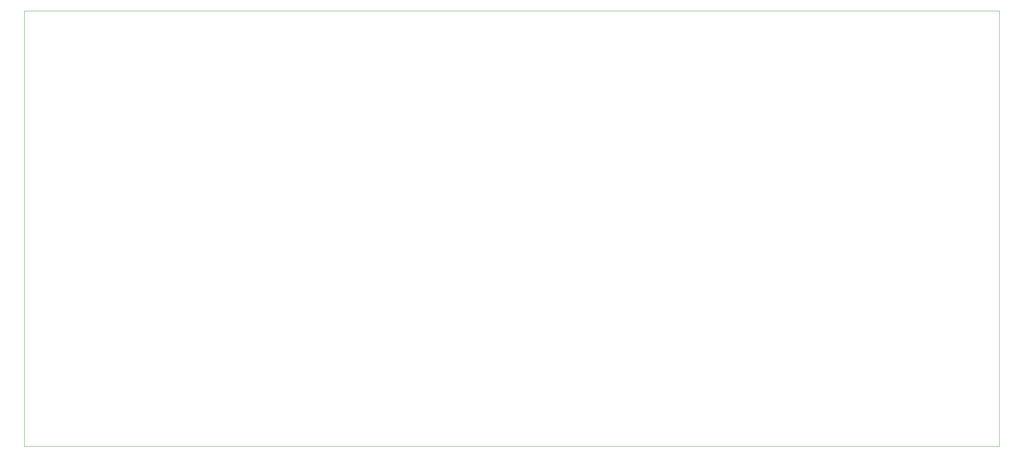
<source format=gbr>
%TF.GenerationSoftware,Altium Limited,DefaultClient, ()*%
G04 Layer_Color=0*
%FSLAX26Y26*%
%MOIN*%
%TF.SameCoordinates,A8440E4E-9477-41F0-85EB-1FC8FE2754A5*%
%TF.FilePolarity,Positive*%
%TF.FileFunction,Profile,NP*%
%TF.Part,Single*%
G01*
G75*
%TA.AperFunction,Profile*%
%ADD36C,0.001000*%
D36*
Y1000000D02*
X8960000D01*
Y5000000D01*
X0D01*
Y1000000D01*
%TF.MD5,74313f3ab6a5750416ba7246b2454e36*%
M02*

</source>
